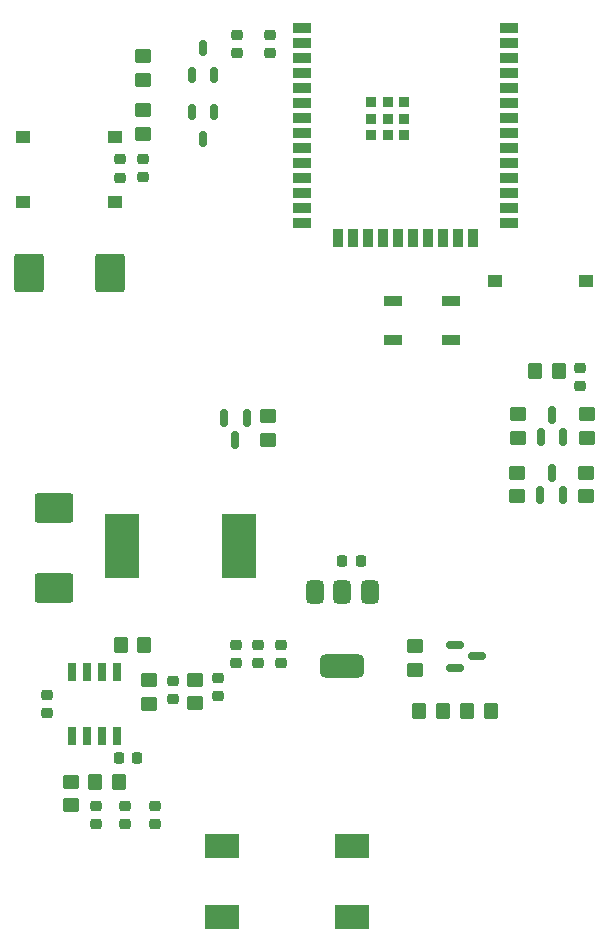
<source format=gbr>
%TF.GenerationSoftware,KiCad,Pcbnew,9.0.2*%
%TF.CreationDate,2025-10-26T15:03:13+01:00*%
%TF.ProjectId,onyks_iot_control_cabinet_pcb,6f6e796b-735f-4696-9f74-5f636f6e7472,rev?*%
%TF.SameCoordinates,Original*%
%TF.FileFunction,Paste,Top*%
%TF.FilePolarity,Positive*%
%FSLAX46Y46*%
G04 Gerber Fmt 4.6, Leading zero omitted, Abs format (unit mm)*
G04 Created by KiCad (PCBNEW 9.0.2) date 2025-10-26 15:03:13*
%MOMM*%
%LPD*%
G01*
G04 APERTURE LIST*
G04 Aperture macros list*
%AMRoundRect*
0 Rectangle with rounded corners*
0 $1 Rounding radius*
0 $2 $3 $4 $5 $6 $7 $8 $9 X,Y pos of 4 corners*
0 Add a 4 corners polygon primitive as box body*
4,1,4,$2,$3,$4,$5,$6,$7,$8,$9,$2,$3,0*
0 Add four circle primitives for the rounded corners*
1,1,$1+$1,$2,$3*
1,1,$1+$1,$4,$5*
1,1,$1+$1,$6,$7*
1,1,$1+$1,$8,$9*
0 Add four rect primitives between the rounded corners*
20,1,$1+$1,$2,$3,$4,$5,0*
20,1,$1+$1,$4,$5,$6,$7,0*
20,1,$1+$1,$6,$7,$8,$9,0*
20,1,$1+$1,$8,$9,$2,$3,0*%
G04 Aperture macros list end*
%ADD10RoundRect,0.250000X-0.350000X-0.450000X0.350000X-0.450000X0.350000X0.450000X-0.350000X0.450000X0*%
%ADD11RoundRect,0.250000X0.450000X-0.350000X0.450000X0.350000X-0.450000X0.350000X-0.450000X-0.350000X0*%
%ADD12RoundRect,0.250000X0.350000X0.450000X-0.350000X0.450000X-0.350000X-0.450000X0.350000X-0.450000X0*%
%ADD13RoundRect,0.225000X-0.250000X0.225000X-0.250000X-0.225000X0.250000X-0.225000X0.250000X0.225000X0*%
%ADD14RoundRect,0.225000X0.250000X-0.225000X0.250000X0.225000X-0.250000X0.225000X-0.250000X-0.225000X0*%
%ADD15RoundRect,0.375000X-0.375000X0.625000X-0.375000X-0.625000X0.375000X-0.625000X0.375000X0.625000X0*%
%ADD16RoundRect,0.500000X-1.400000X0.500000X-1.400000X-0.500000X1.400000X-0.500000X1.400000X0.500000X0*%
%ADD17R,2.900000X5.400000*%
%ADD18RoundRect,0.250000X-0.450000X0.350000X-0.450000X-0.350000X0.450000X-0.350000X0.450000X0.350000X0*%
%ADD19RoundRect,0.250000X1.000000X-1.400000X1.000000X1.400000X-1.000000X1.400000X-1.000000X-1.400000X0*%
%ADD20R,0.650000X1.528000*%
%ADD21R,3.000000X2.000000*%
%ADD22R,1.250000X1.000000*%
%ADD23RoundRect,0.150000X-0.587500X-0.150000X0.587500X-0.150000X0.587500X0.150000X-0.587500X0.150000X0*%
%ADD24RoundRect,0.090000X0.660000X0.360000X-0.660000X0.360000X-0.660000X-0.360000X0.660000X-0.360000X0*%
%ADD25RoundRect,0.150000X-0.150000X0.587500X-0.150000X-0.587500X0.150000X-0.587500X0.150000X0.587500X0*%
%ADD26RoundRect,0.150000X0.150000X-0.512500X0.150000X0.512500X-0.150000X0.512500X-0.150000X-0.512500X0*%
%ADD27RoundRect,0.250000X1.400000X1.000000X-1.400000X1.000000X-1.400000X-1.000000X1.400000X-1.000000X0*%
%ADD28RoundRect,0.150000X-0.150000X0.512500X-0.150000X-0.512500X0.150000X-0.512500X0.150000X0.512500X0*%
%ADD29RoundRect,0.150000X0.150000X-0.587500X0.150000X0.587500X-0.150000X0.587500X-0.150000X-0.587500X0*%
%ADD30RoundRect,0.225000X-0.225000X-0.250000X0.225000X-0.250000X0.225000X0.250000X-0.225000X0.250000X0*%
%ADD31R,1.500000X0.900000*%
%ADD32R,0.900000X1.500000*%
%ADD33R,0.900000X0.900000*%
G04 APERTURE END LIST*
D10*
%TO.C,R10*%
X191151000Y-102616000D03*
X193151000Y-102616000D03*
%TD*%
D11*
%TO.C,R1*%
X167767000Y-49133000D03*
X167767000Y-47133000D03*
%TD*%
D12*
%TO.C,R6*%
X167878000Y-97028000D03*
X165878000Y-97028000D03*
%TD*%
D13*
%TO.C,C7*%
X163763000Y-110617000D03*
X163763000Y-112167000D03*
%TD*%
D14*
%TO.C,C1*%
X167767000Y-57417000D03*
X167767000Y-55867000D03*
%TD*%
D15*
%TO.C,U2*%
X186958000Y-92481000D03*
X184658000Y-92481000D03*
D16*
X184658000Y-98781000D03*
D15*
X182358000Y-92481000D03*
%TD*%
D11*
%TO.C,R3*%
X161671000Y-110585000D03*
X161671000Y-108585000D03*
%TD*%
D13*
%TO.C,C9*%
X170307000Y-100037000D03*
X170307000Y-101587000D03*
%TD*%
%TO.C,C5*%
X168783000Y-110617000D03*
X168783000Y-112167000D03*
%TD*%
D17*
%TO.C,L1*%
X165992000Y-88646000D03*
X175892000Y-88646000D03*
%TD*%
D10*
%TO.C,R11*%
X195215000Y-102616000D03*
X197215000Y-102616000D03*
%TD*%
D18*
%TO.C,R8*%
X178384200Y-77638400D03*
X178384200Y-79638400D03*
%TD*%
D19*
%TO.C,D3*%
X158144000Y-65532000D03*
X164944000Y-65532000D03*
%TD*%
D14*
%TO.C,C4*%
X175768000Y-46876000D03*
X175768000Y-45326000D03*
%TD*%
D20*
%TO.C,IC1*%
X161798000Y-104692000D03*
X163068000Y-104692000D03*
X164338000Y-104692000D03*
X165608000Y-104692000D03*
X165608000Y-99270000D03*
X164338000Y-99270000D03*
X163068000Y-99270000D03*
X161798000Y-99270000D03*
%TD*%
D13*
%TO.C,C6*%
X166273000Y-110617000D03*
X166273000Y-112167000D03*
%TD*%
D14*
%TO.C,C3*%
X178562000Y-46876000D03*
X178562000Y-45326000D03*
%TD*%
D18*
%TO.C,R16*%
X205359000Y-77486000D03*
X205359000Y-79486000D03*
%TD*%
D21*
%TO.C,J4*%
X174500000Y-120000000D03*
X174500000Y-114000000D03*
X185500000Y-114000000D03*
X185500000Y-120000000D03*
%TD*%
D18*
%TO.C,R7*%
X168275000Y-99965000D03*
X168275000Y-101965000D03*
%TD*%
D22*
%TO.C,SW3*%
X197547000Y-66192400D03*
X205297000Y-66192400D03*
%TD*%
D11*
%TO.C,R14*%
X199517000Y-79486000D03*
X199517000Y-77486000D03*
%TD*%
D22*
%TO.C,SW1*%
X165375000Y-59500000D03*
X157625000Y-59500000D03*
%TD*%
D18*
%TO.C,R15*%
X205288000Y-82409000D03*
X205288000Y-84409000D03*
%TD*%
D13*
%TO.C,C16*%
X204749400Y-73570800D03*
X204749400Y-75120800D03*
%TD*%
D23*
%TO.C,Q4*%
X194183000Y-97033000D03*
X194183000Y-98933000D03*
X196058000Y-97983000D03*
%TD*%
D12*
%TO.C,R9*%
X202955400Y-73787000D03*
X200955400Y-73787000D03*
%TD*%
D24*
%TO.C,D1*%
X193864400Y-71220600D03*
X193864400Y-67920600D03*
X188964400Y-67920600D03*
X188964400Y-71220600D03*
%TD*%
D14*
%TO.C,C13*%
X159639000Y-102756000D03*
X159639000Y-101206000D03*
%TD*%
D13*
%TO.C,C2*%
X165811200Y-55880000D03*
X165811200Y-57430000D03*
%TD*%
%TO.C,C14*%
X177546000Y-97015000D03*
X177546000Y-98565000D03*
%TD*%
D18*
%TO.C,R12*%
X190802500Y-97110000D03*
X190802500Y-99110000D03*
%TD*%
D25*
%TO.C,Q3*%
X176540200Y-77779400D03*
X174640200Y-77779400D03*
X175590200Y-79654400D03*
%TD*%
D26*
%TO.C,Q2*%
X171897000Y-48762500D03*
X173797000Y-48762500D03*
X172847000Y-46487500D03*
%TD*%
D11*
%TO.C,R13*%
X199446000Y-84409000D03*
X199446000Y-82409000D03*
%TD*%
D27*
%TO.C,D2*%
X160274000Y-92173000D03*
X160274000Y-85373000D03*
%TD*%
D14*
%TO.C,C10*%
X174117000Y-101359000D03*
X174117000Y-99809000D03*
%TD*%
D13*
%TO.C,C8*%
X179451000Y-97015000D03*
X179451000Y-98565000D03*
%TD*%
D28*
%TO.C,Q1*%
X173797000Y-51870500D03*
X171897000Y-51870500D03*
X172847000Y-54145500D03*
%TD*%
D29*
%TO.C,Q5*%
X201422000Y-84328000D03*
X203322000Y-84328000D03*
X202372000Y-82453000D03*
%TD*%
D30*
%TO.C,C11*%
X165722000Y-106553000D03*
X167272000Y-106553000D03*
%TD*%
D10*
%TO.C,R4*%
X163719000Y-108585000D03*
X165719000Y-108585000D03*
%TD*%
D13*
%TO.C,C15*%
X175641000Y-97015000D03*
X175641000Y-98565000D03*
%TD*%
D30*
%TO.C,C12*%
X184645000Y-89916000D03*
X186195000Y-89916000D03*
%TD*%
D31*
%TO.C,U1*%
X181250000Y-44750000D03*
X181250000Y-46020000D03*
X181250000Y-47290000D03*
X181250000Y-48560000D03*
X181250000Y-49830000D03*
X181250000Y-51100000D03*
X181250000Y-52370000D03*
X181250000Y-53640000D03*
X181250000Y-54910000D03*
X181250000Y-56180000D03*
X181250000Y-57450000D03*
X181250000Y-58720000D03*
X181250000Y-59990000D03*
X181250000Y-61260000D03*
D32*
X184290000Y-62510000D03*
X185560000Y-62510000D03*
X186830000Y-62510000D03*
X188100000Y-62510000D03*
X189370000Y-62510000D03*
X190640000Y-62510000D03*
X191910000Y-62510000D03*
X193180000Y-62510000D03*
X194450000Y-62510000D03*
X195720000Y-62510000D03*
D31*
X198750000Y-61260000D03*
X198750000Y-59990000D03*
X198750000Y-58720000D03*
X198750000Y-57450000D03*
X198750000Y-56180000D03*
X198750000Y-54910000D03*
X198750000Y-53640000D03*
X198750000Y-52370000D03*
X198750000Y-51100000D03*
X198750000Y-49830000D03*
X198750000Y-48560000D03*
X198750000Y-47290000D03*
X198750000Y-46020000D03*
X198750000Y-44750000D03*
D33*
X187100000Y-51070000D03*
X187100000Y-52470000D03*
X187100000Y-53870000D03*
X188500000Y-51070000D03*
X188500000Y-52470000D03*
X188500000Y-53870000D03*
X189900000Y-51070000D03*
X189900000Y-52470000D03*
X189900000Y-53870000D03*
%TD*%
D18*
%TO.C,R2*%
X167767000Y-51754000D03*
X167767000Y-53754000D03*
%TD*%
%TO.C,R5*%
X172212000Y-99952000D03*
X172212000Y-101952000D03*
%TD*%
D29*
%TO.C,Q6*%
X201427000Y-79375000D03*
X203327000Y-79375000D03*
X202377000Y-77500000D03*
%TD*%
D22*
%TO.C,SW2*%
X165375000Y-54000000D03*
X157625000Y-54000000D03*
%TD*%
M02*

</source>
